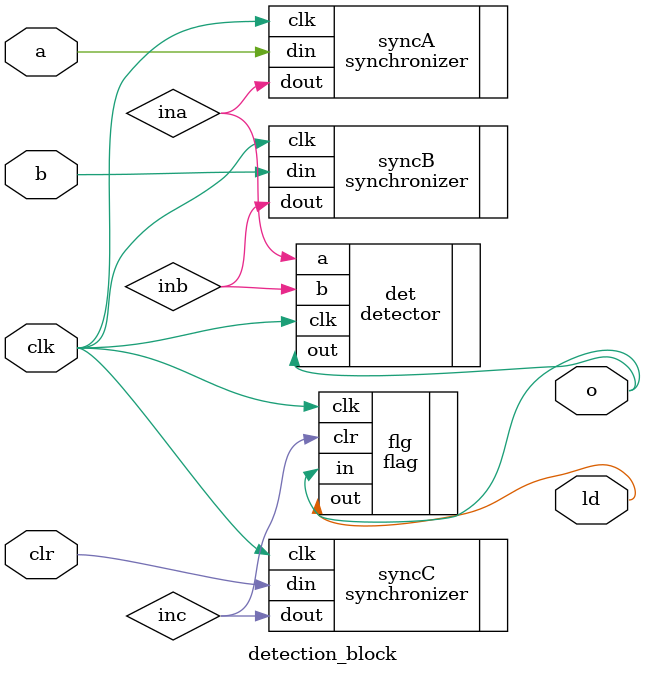
<source format=v>



module test_fpga(
    input  sys_clock,
    input  BTN,
    output LD0,
    output LD1,
    output LD2,
    output LD3,

    input  i0a,
    input  i0b,
    input  i1a,
    input  i1b,
    input  i2a,
    input  i2b,
    input  i3a,
    input  i3b,

    output o0,
    output o1,
    output o2,
    output o3    
);

detection_block dt0(
    .a(i0a),
    .b(i0b),
    .ld(LD0),
    .o(o0),
    .clr(BTN),
    .clk(sys_clock)
);
detection_block dt1(
    .a(i1a),
    .b(i1b),
    .ld(LD1),
    .o(o1),
    .clr(BTN),
    .clk(sys_clock)
);
detection_block dt2(
    .a(i2a),
    .b(i2b),
    .ld(LD2),
    .o(o2),
    .clr(BTN),
    .clk(sys_clock)
);
detection_block dt3(
    .a(i3a),
    .b(i3b),
    .ld(LD3),
    .o(o3),
    .clr(BTN),
    .clk(sys_clock)
);

endmodule

module detection_block(
    input a,
    input b,
    output ld,
    output o,
    input clr,
    input clk
);

    wire ina, inb, inc;

    synchronizer syncA(
        .clk(clk),
        .din(a),
        .dout(ina)
    );
    synchronizer syncB(
        .clk(clk),
        .din(b),
        .dout(inb)
    );
    synchronizer syncC(
        .clk(clk),
        .din(clr),
        .dout(inc)
    );
    detector det(
        .clk(clk),
        .a(ina),
        .b(inb),
        .out(o)
    );
    flag flg(
        .clk(clk),
        .in(o),
        .out(ld),
        .clr(inc)
    );
    
endmodule

</source>
